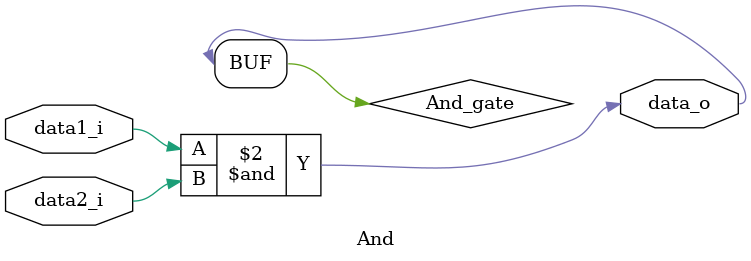
<source format=v>
module And
(
	data1_i,
	data2_i,
	data_o
);

input      data1_i,data2_i;
output     data_o;
reg        And_gate;
assign     data_o = And_gate;
always @(*)
begin
	And_gate = data1_i & data2_i;
end

endmodule
</source>
